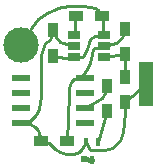
<source format=gbr>
G04 #@! TF.FileFunction,Copper,L1,Top,Signal*
%FSLAX46Y46*%
G04 Gerber Fmt 4.6, Leading zero omitted, Abs format (unit mm)*
G04 Created by KiCad (PCBNEW 4.0.6) date 06/21/18 22:21:39*
%MOMM*%
%LPD*%
G01*
G04 APERTURE LIST*
%ADD10C,0.300000*%
%ADD11R,0.900000X1.200000*%
%ADD12R,1.200000X0.900000*%
%ADD13C,3.000000*%
%ADD14R,1.270000X3.810000*%
%ADD15R,1.550000X0.600000*%
%ADD16R,1.000000X0.700000*%
%ADD17R,0.400000X0.710000*%
%ADD18C,0.609600*%
%ADD19C,0.254000*%
%ADD20C,0.406400*%
G04 APERTURE END LIST*
D10*
D11*
X99060000Y-99271000D03*
X99060000Y-97071000D03*
D12*
X100287000Y-106426000D03*
X98087000Y-106426000D03*
X103208000Y-95885000D03*
X101008000Y-95885000D03*
D11*
X105156000Y-96944000D03*
X105156000Y-99144000D03*
X105156000Y-101008000D03*
X105156000Y-103208000D03*
X103632000Y-103970000D03*
X103632000Y-101770000D03*
D13*
X96393000Y-98298000D03*
D14*
X106934000Y-101600000D03*
D15*
X96360000Y-101092000D03*
X96360000Y-102362000D03*
X96360000Y-103632000D03*
X96360000Y-104902000D03*
X101760000Y-104902000D03*
X101760000Y-103632000D03*
X101760000Y-102362000D03*
X101760000Y-101092000D03*
D16*
X100808000Y-97475000D03*
X100808000Y-98425000D03*
X100808000Y-99375000D03*
X103408000Y-99375000D03*
X103408000Y-97475000D03*
X103408000Y-98425000D03*
D17*
X102862000Y-106570000D03*
X101862000Y-106570000D03*
X102362000Y-108060000D03*
D18*
X101727000Y-108000800D03*
D19*
X103408000Y-97475000D02*
X102616000Y-97536000D01*
X101473000Y-99314000D02*
X100808000Y-99375000D01*
X101600000Y-99314000D02*
X101473000Y-99314000D01*
X101727000Y-99187000D02*
X101600000Y-99314000D01*
X101981000Y-98679000D02*
X101727000Y-99187000D01*
X102108000Y-98171000D02*
X101981000Y-98679000D01*
X102235000Y-97790000D02*
X102108000Y-98171000D01*
X102616000Y-97536000D02*
X102235000Y-97790000D01*
X99060000Y-99271000D02*
X100076000Y-99441000D01*
X100076000Y-99441000D02*
X100808000Y-99375000D01*
X102623103Y-95221812D02*
X102870000Y-95377000D01*
X102870000Y-95377000D02*
X103208000Y-95885000D01*
X96393000Y-98298000D02*
X97282000Y-96774000D01*
X101727000Y-94996000D02*
X102623103Y-95221812D01*
X102623103Y-95221812D02*
X102642997Y-95226825D01*
X100584000Y-94996000D02*
X101727000Y-94996000D01*
X99702907Y-95122506D02*
X100584000Y-94996000D01*
X99314000Y-95250000D02*
X99702907Y-95122506D01*
X98552000Y-95631000D02*
X99314000Y-95250000D01*
X97790000Y-96139000D02*
X98552000Y-95631000D01*
X97282000Y-96774000D02*
X97790000Y-96139000D01*
X103408000Y-97475000D02*
X103208000Y-95885000D01*
X105156000Y-103208000D02*
X106934000Y-101600000D01*
X101862000Y-106570000D02*
X101523800Y-107111800D01*
X98755200Y-106654600D02*
X98087000Y-106426000D01*
X98907600Y-106832400D02*
X98755200Y-106654600D01*
X99237800Y-107137200D02*
X98907600Y-106832400D01*
X99618800Y-107391200D02*
X99237800Y-107137200D01*
X100152200Y-107543600D02*
X99618800Y-107391200D01*
X100838000Y-107543600D02*
X100152200Y-107543600D01*
X101244400Y-107391200D02*
X100838000Y-107543600D01*
X101523800Y-107111800D02*
X101244400Y-107391200D01*
X101862000Y-106570000D02*
X102235000Y-107188000D01*
X105156000Y-104076500D02*
X105156000Y-103208000D01*
X105029000Y-105664000D02*
X105156000Y-104076500D01*
X104711500Y-106489500D02*
X105029000Y-105664000D01*
X104076500Y-107061000D02*
X104711500Y-106489500D01*
X103479600Y-107264200D02*
X104076500Y-107061000D01*
X103047800Y-107264200D02*
X103479600Y-107264200D01*
X102590600Y-107264200D02*
X103047800Y-107264200D01*
X102362000Y-107238800D02*
X102590600Y-107264200D01*
X102235000Y-107188000D02*
X102362000Y-107238800D01*
X96360000Y-104902000D02*
X97155000Y-105029000D01*
X97155000Y-105029000D02*
X97536000Y-105283000D01*
X97536000Y-105283000D02*
X97790000Y-105537000D01*
X97790000Y-105537000D02*
X97917000Y-105791000D01*
X97917000Y-105791000D02*
X98087000Y-106426000D01*
X99060000Y-97071000D02*
X98806000Y-97917000D01*
X98806000Y-97917000D02*
X98425000Y-98171000D01*
X98425000Y-98171000D02*
X98044000Y-99187000D01*
X98044000Y-99187000D02*
X98044000Y-100330000D01*
X98044000Y-100330000D02*
X98044000Y-102616000D01*
X98044000Y-102616000D02*
X97917000Y-103759000D01*
X97917000Y-103759000D02*
X97663000Y-104267000D01*
X97663000Y-104267000D02*
X97409000Y-104521000D01*
X97409000Y-104521000D02*
X97155000Y-104775000D01*
X97155000Y-104775000D02*
X96360000Y-104902000D01*
X100808000Y-98425000D02*
X99949000Y-98171000D01*
X99695000Y-98044000D02*
X99314000Y-97663000D01*
X99949000Y-98171000D02*
X99695000Y-98044000D01*
X99314000Y-97663000D02*
X99060000Y-97071000D01*
X101760000Y-101092000D02*
X100838000Y-101219000D01*
X100457000Y-102489000D02*
X100287000Y-106426000D01*
X100457000Y-101981000D02*
X100457000Y-102489000D01*
X100584000Y-101473000D02*
X100457000Y-101981000D01*
X100838000Y-101219000D02*
X100584000Y-101473000D01*
X103408000Y-98425000D02*
X102616000Y-98552000D01*
X101981000Y-100330000D02*
X101600000Y-100838000D01*
X102235000Y-99822000D02*
X101981000Y-100330000D01*
X102362000Y-99060000D02*
X102235000Y-99822000D01*
X102489000Y-98679000D02*
X102362000Y-99060000D01*
X102616000Y-98552000D02*
X102489000Y-98679000D01*
X101600000Y-100838000D02*
X101760000Y-101092000D01*
X105156000Y-96944000D02*
X104873688Y-97757181D01*
X104394000Y-98171000D02*
X103408000Y-98425000D01*
X104873688Y-97757181D02*
X104394000Y-98171000D01*
X100808000Y-97475000D02*
X101008000Y-95885000D01*
X102862000Y-106570000D02*
X103632000Y-103970000D01*
D20*
X102362000Y-108060000D02*
X101727000Y-108000800D01*
D19*
X105156000Y-99144000D02*
X105156000Y-101008000D01*
X103408000Y-99375000D02*
X105156000Y-99144000D01*
X101760000Y-103632000D02*
X102806500Y-103060500D01*
X103441500Y-102425500D02*
X103632000Y-101770000D01*
X103187500Y-102806500D02*
X103441500Y-102425500D01*
X102806500Y-103060500D02*
X103187500Y-102806500D01*
M02*

</source>
